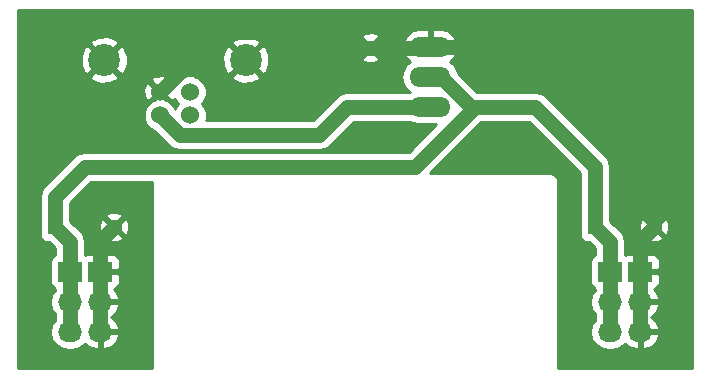
<source format=gbr>
G04 #@! TF.FileFunction,Copper,L2,Bot,Signal*
%FSLAX46Y46*%
G04 Gerber Fmt 4.6, Leading zero omitted, Abs format (unit mm)*
G04 Created by KiCad (PCBNEW (2015-12-07 BZR 6352)-product) date Fri 05 Feb 2016 11:09:04 PM EST*
%MOMM*%
G01*
G04 APERTURE LIST*
%ADD10C,0.100000*%
%ADD11R,1.300000X1.300000*%
%ADD12C,1.300000*%
%ADD13C,1.524000*%
%ADD14C,2.700020*%
%ADD15R,2.032000X1.727200*%
%ADD16O,2.032000X1.727200*%
%ADD17O,3.500120X1.699260*%
%ADD18C,1.270000*%
%ADD19C,0.254000*%
G04 APERTURE END LIST*
D10*
D11*
X3810000Y12700000D03*
D12*
X8810000Y12700000D03*
D11*
X49530000Y12700000D03*
D12*
X54530000Y12700000D03*
D11*
X30480000Y22860000D03*
D12*
X30480000Y27860000D03*
D13*
X15240000Y22131020D03*
X12700000Y22131020D03*
X12700000Y24130000D03*
X15240000Y24130000D03*
D14*
X19969480Y26830020D03*
X7970520Y26830020D03*
D15*
X5080000Y8890000D03*
D16*
X5080000Y6350000D03*
X5080000Y3810000D03*
D15*
X50800000Y8890000D03*
D16*
X50800000Y6350000D03*
X50800000Y3810000D03*
D15*
X53340000Y8890000D03*
D16*
X53340000Y6350000D03*
X53340000Y3810000D03*
D15*
X7620000Y8890000D03*
D16*
X7620000Y6350000D03*
X7620000Y3810000D03*
D17*
X35560000Y25400000D03*
X35560000Y27940000D03*
X35560000Y22860000D03*
D18*
X3810000Y15240000D02*
X3810000Y12700000D01*
X34290000Y17780000D02*
X6350000Y17780000D01*
X3810000Y15240000D02*
X6350000Y17780000D01*
X39000430Y22860000D02*
X39000430Y22490430D01*
X39000430Y22490430D02*
X34290000Y17780000D01*
X44450000Y22860000D02*
X49530000Y17780000D01*
X49530000Y17780000D02*
X49530000Y12700000D01*
X39000430Y22860000D02*
X44450000Y22860000D01*
X36460430Y25400000D02*
X39000430Y22860000D01*
X35560000Y25400000D02*
X36460430Y25400000D01*
X50800000Y8890000D02*
X50800000Y11430000D01*
X50800000Y11430000D02*
X49530000Y12700000D01*
X50800000Y6350000D02*
X50800000Y8890000D01*
X50800000Y3810000D02*
X50800000Y6350000D01*
X5080000Y8890000D02*
X5080000Y11430000D01*
X5080000Y11430000D02*
X3810000Y12700000D01*
X5080000Y6350000D02*
X5080000Y8890000D01*
X5080000Y3810000D02*
X5080000Y6350000D01*
X54530000Y13619238D02*
X54530000Y12700000D01*
X35560000Y27940000D02*
X41525277Y27940000D01*
X54530000Y14935277D02*
X54530000Y13619238D01*
X24130000Y29210000D02*
X17780000Y29210000D01*
X17780000Y29210000D02*
X12700000Y24130000D01*
X25480000Y27860000D02*
X24130000Y29210000D01*
X30480000Y27860000D02*
X25480000Y27860000D01*
X36460430Y27940000D02*
X35560000Y27940000D01*
X30480000Y27860000D02*
X35480000Y27860000D01*
X35480000Y27860000D02*
X35560000Y27940000D01*
X53340000Y8890000D02*
X53340000Y11510000D01*
X53340000Y11510000D02*
X54530000Y12700000D01*
X53340000Y6350000D02*
X53340000Y8890000D01*
X53340000Y3810000D02*
X53340000Y6350000D01*
X7620000Y8890000D02*
X7620000Y11510000D01*
X7620000Y11510000D02*
X8810000Y12700000D01*
X7620000Y6350000D02*
X7620000Y8890000D01*
X7620000Y3810000D02*
X7620000Y6350000D01*
X12700000Y22131020D02*
X14351001Y20480019D01*
X14351001Y20480019D02*
X26180019Y20480019D01*
X26180019Y20480019D02*
X28560000Y22860000D01*
X28560000Y22860000D02*
X30480000Y22860000D01*
X30480000Y22860000D02*
X35560000Y22860000D01*
D19*
G36*
X57710000Y710000D02*
X46430000Y710000D01*
X46430000Y16510000D01*
X46375954Y16781705D01*
X46222046Y17012046D01*
X45991705Y17165954D01*
X45720000Y17220000D01*
X35526052Y17220000D01*
X39896052Y21590000D01*
X43923948Y21590000D01*
X48260000Y17253948D01*
X48260000Y13485503D01*
X48232560Y13350000D01*
X48232560Y12050000D01*
X48276838Y11814683D01*
X48415910Y11598559D01*
X48628110Y11453569D01*
X48880000Y11402560D01*
X49031388Y11402560D01*
X49530000Y10903949D01*
X49530000Y10344740D01*
X49332559Y10217690D01*
X49187569Y10005490D01*
X49136560Y9753600D01*
X49136560Y8026400D01*
X49180838Y7791083D01*
X49319910Y7574959D01*
X49530000Y7431411D01*
X49530000Y7371379D01*
X49230729Y6923489D01*
X49116655Y6350000D01*
X49230729Y5776511D01*
X49530000Y5328621D01*
X49530000Y4831379D01*
X49230729Y4383489D01*
X49116655Y3810000D01*
X49230729Y3236511D01*
X49555585Y2750330D01*
X50041766Y2425474D01*
X50615255Y2311400D01*
X50984745Y2311400D01*
X51558234Y2425474D01*
X52044415Y2750330D01*
X52089754Y2818184D01*
X52425680Y2518046D01*
X52978087Y2324816D01*
X53213000Y2469076D01*
X53213000Y3683000D01*
X53467000Y3683000D01*
X53467000Y2469076D01*
X53701913Y2324816D01*
X54254320Y2518046D01*
X54690732Y2907964D01*
X54944709Y3435209D01*
X54947358Y3450974D01*
X54826217Y3683000D01*
X53467000Y3683000D01*
X53213000Y3683000D01*
X53193000Y3683000D01*
X53193000Y3937000D01*
X53213000Y3937000D01*
X53213000Y6223000D01*
X53467000Y6223000D01*
X53467000Y3937000D01*
X54826217Y3937000D01*
X54947358Y4169026D01*
X54944709Y4184791D01*
X54690732Y4712036D01*
X54278892Y5080000D01*
X54690732Y5447964D01*
X54944709Y5975209D01*
X54947358Y5990974D01*
X54826217Y6223000D01*
X53467000Y6223000D01*
X53213000Y6223000D01*
X53193000Y6223000D01*
X53193000Y6477000D01*
X53213000Y6477000D01*
X53213000Y8763000D01*
X53467000Y8763000D01*
X53467000Y6477000D01*
X54826217Y6477000D01*
X54947358Y6709026D01*
X54944709Y6724791D01*
X54690732Y7252036D01*
X54518139Y7406241D01*
X54715698Y7488073D01*
X54894327Y7666701D01*
X54991000Y7900090D01*
X54991000Y8604250D01*
X54832250Y8763000D01*
X53467000Y8763000D01*
X53213000Y8763000D01*
X53193000Y8763000D01*
X53193000Y9017000D01*
X53213000Y9017000D01*
X53213000Y10229850D01*
X53467000Y10229850D01*
X53467000Y9017000D01*
X54832250Y9017000D01*
X54991000Y9175750D01*
X54991000Y9879910D01*
X54894327Y10113299D01*
X54715698Y10291927D01*
X54482309Y10388600D01*
X53625750Y10388600D01*
X53467000Y10229850D01*
X53213000Y10229850D01*
X53054250Y10388600D01*
X52197691Y10388600D01*
X52081737Y10340570D01*
X52070000Y10348589D01*
X52070000Y11430000D01*
X51996207Y11800984D01*
X53810590Y11800984D01*
X53866271Y11570389D01*
X54349078Y11402378D01*
X54859428Y11431917D01*
X55193729Y11570389D01*
X55249410Y11800984D01*
X54530000Y12520395D01*
X53810590Y11800984D01*
X51996207Y11800984D01*
X51973327Y11916008D01*
X51698026Y12328026D01*
X51698023Y12328028D01*
X51145130Y12880922D01*
X53232378Y12880922D01*
X53261917Y12370572D01*
X53400389Y12036271D01*
X53630984Y11980590D01*
X54350395Y12700000D01*
X54709605Y12700000D01*
X55429016Y11980590D01*
X55659611Y12036271D01*
X55827622Y12519078D01*
X55798083Y13029428D01*
X55659611Y13363729D01*
X55429016Y13419410D01*
X54709605Y12700000D01*
X54350395Y12700000D01*
X53630984Y13419410D01*
X53400389Y13363729D01*
X53232378Y12880922D01*
X51145130Y12880922D01*
X50827440Y13198612D01*
X50827440Y13350000D01*
X50800000Y13495831D01*
X50800000Y13599016D01*
X53810590Y13599016D01*
X54530000Y12879605D01*
X55249410Y13599016D01*
X55193729Y13829611D01*
X54710922Y13997622D01*
X54200572Y13968083D01*
X53866271Y13829611D01*
X53810590Y13599016D01*
X50800000Y13599016D01*
X50800000Y17779995D01*
X50800001Y17780000D01*
X50703327Y18266008D01*
X50428026Y18678026D01*
X45348026Y23758026D01*
X44936008Y24033327D01*
X44450000Y24130001D01*
X44449995Y24130000D01*
X39526481Y24130000D01*
X37926061Y25730421D01*
X37878775Y25968143D01*
X37556948Y26449792D01*
X37219127Y26675516D01*
X37600024Y26980011D01*
X37880649Y27489190D01*
X37901540Y27583168D01*
X37780214Y27813000D01*
X35687000Y27813000D01*
X35687000Y27793000D01*
X35433000Y27793000D01*
X35433000Y27813000D01*
X33339786Y27813000D01*
X33218460Y27583168D01*
X33239351Y27489190D01*
X33519976Y26980011D01*
X33900873Y26675516D01*
X33563052Y26449792D01*
X33241225Y25968143D01*
X33128214Y25400000D01*
X33241225Y24831857D01*
X33563052Y24350208D01*
X33892617Y24130000D01*
X31265503Y24130000D01*
X31130000Y24157440D01*
X29830000Y24157440D01*
X29684169Y24130000D01*
X28560000Y24130000D01*
X28073992Y24033327D01*
X27661974Y23758026D01*
X27661972Y23758023D01*
X25653967Y21750019D01*
X16594444Y21750019D01*
X16636757Y21851920D01*
X16637242Y22407681D01*
X16425010Y22921323D01*
X16216168Y23130530D01*
X16423629Y23337630D01*
X16636757Y23850900D01*
X16637242Y24406661D01*
X16425010Y24920303D01*
X16032370Y25313629D01*
X15765558Y25424419D01*
X18743484Y25424419D01*
X18884952Y25121230D01*
X19621432Y24836273D01*
X20410900Y24854846D01*
X21054008Y25121230D01*
X21195476Y25424419D01*
X19969480Y26650415D01*
X18743484Y25424419D01*
X15765558Y25424419D01*
X15519100Y25526757D01*
X14963339Y25527242D01*
X14449697Y25315010D01*
X14056371Y24922370D01*
X13976605Y24730273D01*
X13922397Y24861143D01*
X13680213Y24930608D01*
X12879605Y24130000D01*
X13680213Y23329392D01*
X13922397Y23398857D01*
X13972509Y23539318D01*
X14054990Y23339697D01*
X14263832Y23130490D01*
X14056371Y22923390D01*
X13970051Y22715508D01*
X13885010Y22921323D01*
X13492370Y23314649D01*
X13224529Y23425866D01*
X12700000Y23950395D01*
X12175436Y23425831D01*
X11909697Y23316030D01*
X11516371Y22923390D01*
X11303243Y22410120D01*
X11302758Y21854359D01*
X11514990Y21340717D01*
X11907630Y20947391D01*
X12215356Y20819612D01*
X13452975Y19581993D01*
X13864993Y19306692D01*
X14351001Y19210018D01*
X14351006Y19210019D01*
X26180014Y19210019D01*
X26180019Y19210018D01*
X26666027Y19306692D01*
X27078045Y19581993D01*
X29086051Y21590000D01*
X29694497Y21590000D01*
X29830000Y21562560D01*
X31130000Y21562560D01*
X31275831Y21590000D01*
X33892617Y21590000D01*
X34044701Y21488381D01*
X34612844Y21375370D01*
X36089318Y21375370D01*
X33763948Y19050000D01*
X6350000Y19050000D01*
X5863992Y18953327D01*
X5451974Y18678026D01*
X5451972Y18678023D01*
X2911974Y16138026D01*
X2636673Y15726008D01*
X2539999Y15240000D01*
X2540000Y15239995D01*
X2540000Y13485503D01*
X2512560Y13350000D01*
X2512560Y12050000D01*
X2556838Y11814683D01*
X2695910Y11598559D01*
X2908110Y11453569D01*
X3160000Y11402560D01*
X3311388Y11402560D01*
X3810000Y10903949D01*
X3810000Y10344740D01*
X3612559Y10217690D01*
X3467569Y10005490D01*
X3416560Y9753600D01*
X3416560Y8026400D01*
X3460838Y7791083D01*
X3599910Y7574959D01*
X3810000Y7431411D01*
X3810000Y7371379D01*
X3510729Y6923489D01*
X3396655Y6350000D01*
X3510729Y5776511D01*
X3810000Y5328621D01*
X3810000Y4831379D01*
X3510729Y4383489D01*
X3396655Y3810000D01*
X3510729Y3236511D01*
X3835585Y2750330D01*
X4321766Y2425474D01*
X4895255Y2311400D01*
X5264745Y2311400D01*
X5838234Y2425474D01*
X6324415Y2750330D01*
X6369754Y2818184D01*
X6705680Y2518046D01*
X7258087Y2324816D01*
X7493000Y2469076D01*
X7493000Y3683000D01*
X7747000Y3683000D01*
X7747000Y2469076D01*
X7981913Y2324816D01*
X8534320Y2518046D01*
X8970732Y2907964D01*
X9224709Y3435209D01*
X9227358Y3450974D01*
X9106217Y3683000D01*
X7747000Y3683000D01*
X7493000Y3683000D01*
X7473000Y3683000D01*
X7473000Y3937000D01*
X7493000Y3937000D01*
X7493000Y6223000D01*
X7747000Y6223000D01*
X7747000Y3937000D01*
X9106217Y3937000D01*
X9227358Y4169026D01*
X9224709Y4184791D01*
X8970732Y4712036D01*
X8558892Y5080000D01*
X8970732Y5447964D01*
X9224709Y5975209D01*
X9227358Y5990974D01*
X9106217Y6223000D01*
X7747000Y6223000D01*
X7493000Y6223000D01*
X7473000Y6223000D01*
X7473000Y6477000D01*
X7493000Y6477000D01*
X7493000Y8763000D01*
X7747000Y8763000D01*
X7747000Y6477000D01*
X9106217Y6477000D01*
X9227358Y6709026D01*
X9224709Y6724791D01*
X8970732Y7252036D01*
X8798139Y7406241D01*
X8995698Y7488073D01*
X9174327Y7666701D01*
X9271000Y7900090D01*
X9271000Y8604250D01*
X9112250Y8763000D01*
X7747000Y8763000D01*
X7493000Y8763000D01*
X7473000Y8763000D01*
X7473000Y9017000D01*
X7493000Y9017000D01*
X7493000Y10229850D01*
X7747000Y10229850D01*
X7747000Y9017000D01*
X9112250Y9017000D01*
X9271000Y9175750D01*
X9271000Y9879910D01*
X9174327Y10113299D01*
X8995698Y10291927D01*
X8762309Y10388600D01*
X7905750Y10388600D01*
X7747000Y10229850D01*
X7493000Y10229850D01*
X7334250Y10388600D01*
X6477691Y10388600D01*
X6361737Y10340570D01*
X6350000Y10348589D01*
X6350000Y11430000D01*
X6276207Y11800984D01*
X8090590Y11800984D01*
X8146271Y11570389D01*
X8629078Y11402378D01*
X9139428Y11431917D01*
X9473729Y11570389D01*
X9529410Y11800984D01*
X8810000Y12520395D01*
X8090590Y11800984D01*
X6276207Y11800984D01*
X6253327Y11916008D01*
X5978026Y12328026D01*
X5978023Y12328028D01*
X5425130Y12880922D01*
X7512378Y12880922D01*
X7541917Y12370572D01*
X7680389Y12036271D01*
X7910984Y11980590D01*
X8630395Y12700000D01*
X8989605Y12700000D01*
X9709016Y11980590D01*
X9939611Y12036271D01*
X10107622Y12519078D01*
X10078083Y13029428D01*
X9939611Y13363729D01*
X9709016Y13419410D01*
X8989605Y12700000D01*
X8630395Y12700000D01*
X7910984Y13419410D01*
X7680389Y13363729D01*
X7512378Y12880922D01*
X5425130Y12880922D01*
X5107440Y13198612D01*
X5107440Y13350000D01*
X5080000Y13495831D01*
X5080000Y13599016D01*
X8090590Y13599016D01*
X8810000Y12879605D01*
X9529410Y13599016D01*
X9473729Y13829611D01*
X8990922Y13997622D01*
X8480572Y13968083D01*
X8146271Y13829611D01*
X8090590Y13599016D01*
X5080000Y13599016D01*
X5080000Y14713948D01*
X6876051Y16510000D01*
X11990000Y16510000D01*
X11990000Y710000D01*
X710000Y710000D01*
X710000Y24337698D01*
X11290856Y24337698D01*
X11318638Y23782632D01*
X11477603Y23398857D01*
X11719787Y23329392D01*
X12520395Y24130000D01*
X11719787Y24930608D01*
X11477603Y24861143D01*
X11290856Y24337698D01*
X710000Y24337698D01*
X710000Y25424419D01*
X6744524Y25424419D01*
X6885992Y25121230D01*
X7622472Y24836273D01*
X8411940Y24854846D01*
X9028450Y25110213D01*
X11899392Y25110213D01*
X12700000Y24309605D01*
X13500608Y25110213D01*
X13431143Y25352397D01*
X12907698Y25539144D01*
X12352632Y25511362D01*
X11968857Y25352397D01*
X11899392Y25110213D01*
X9028450Y25110213D01*
X9055048Y25121230D01*
X9196516Y25424419D01*
X7970520Y26650415D01*
X6744524Y25424419D01*
X710000Y25424419D01*
X710000Y27178068D01*
X5976773Y27178068D01*
X5995346Y26388600D01*
X6261730Y25745492D01*
X6564919Y25604024D01*
X7790915Y26830020D01*
X8150125Y26830020D01*
X9376121Y25604024D01*
X9679310Y25745492D01*
X9964267Y26481972D01*
X9947891Y27178068D01*
X17975733Y27178068D01*
X17994306Y26388600D01*
X18260690Y25745492D01*
X18563879Y25604024D01*
X19789875Y26830020D01*
X20149085Y26830020D01*
X21375081Y25604024D01*
X21678270Y25745492D01*
X21963227Y26481972D01*
X21951958Y26960984D01*
X29760590Y26960984D01*
X29816271Y26730389D01*
X30299078Y26562378D01*
X30809428Y26591917D01*
X31143729Y26730389D01*
X31199410Y26960984D01*
X30480000Y27680395D01*
X29760590Y26960984D01*
X21951958Y26960984D01*
X21944654Y27271440D01*
X21678270Y27914548D01*
X21407430Y28040922D01*
X29182378Y28040922D01*
X29211917Y27530572D01*
X29350389Y27196271D01*
X29580984Y27140590D01*
X30300395Y27860000D01*
X30659605Y27860000D01*
X31379016Y27140590D01*
X31609611Y27196271D01*
X31777622Y27679078D01*
X31748083Y28189428D01*
X31703595Y28296832D01*
X33218460Y28296832D01*
X33339786Y28067000D01*
X35433000Y28067000D01*
X35433000Y29424630D01*
X35687000Y29424630D01*
X35687000Y28067000D01*
X37780214Y28067000D01*
X37901540Y28296832D01*
X37880649Y28390810D01*
X37600024Y28899989D01*
X37145906Y29263018D01*
X36587430Y29424630D01*
X35687000Y29424630D01*
X35433000Y29424630D01*
X34532570Y29424630D01*
X33974094Y29263018D01*
X33519976Y28899989D01*
X33239351Y28390810D01*
X33218460Y28296832D01*
X31703595Y28296832D01*
X31609611Y28523729D01*
X31379016Y28579410D01*
X30659605Y27860000D01*
X30300395Y27860000D01*
X29580984Y28579410D01*
X29350389Y28523729D01*
X29182378Y28040922D01*
X21407430Y28040922D01*
X21375081Y28056016D01*
X20149085Y26830020D01*
X19789875Y26830020D01*
X18563879Y28056016D01*
X18260690Y27914548D01*
X17975733Y27178068D01*
X9947891Y27178068D01*
X9945694Y27271440D01*
X9679310Y27914548D01*
X9376121Y28056016D01*
X8150125Y26830020D01*
X7790915Y26830020D01*
X6564919Y28056016D01*
X6261730Y27914548D01*
X5976773Y27178068D01*
X710000Y27178068D01*
X710000Y28235621D01*
X6744524Y28235621D01*
X7970520Y27009625D01*
X9196516Y28235621D01*
X18743484Y28235621D01*
X19969480Y27009625D01*
X21195476Y28235621D01*
X21054008Y28538810D01*
X20484879Y28759016D01*
X29760590Y28759016D01*
X30480000Y28039605D01*
X31199410Y28759016D01*
X31143729Y28989611D01*
X30660922Y29157622D01*
X30150572Y29128083D01*
X29816271Y28989611D01*
X29760590Y28759016D01*
X20484879Y28759016D01*
X20317528Y28823767D01*
X19528060Y28805194D01*
X18884952Y28538810D01*
X18743484Y28235621D01*
X9196516Y28235621D01*
X9055048Y28538810D01*
X8318568Y28823767D01*
X7529100Y28805194D01*
X6885992Y28538810D01*
X6744524Y28235621D01*
X710000Y28235621D01*
X710000Y31040000D01*
X57710000Y31040000D01*
X57710000Y710000D01*
X57710000Y710000D01*
G37*
X57710000Y710000D02*
X46430000Y710000D01*
X46430000Y16510000D01*
X46375954Y16781705D01*
X46222046Y17012046D01*
X45991705Y17165954D01*
X45720000Y17220000D01*
X35526052Y17220000D01*
X39896052Y21590000D01*
X43923948Y21590000D01*
X48260000Y17253948D01*
X48260000Y13485503D01*
X48232560Y13350000D01*
X48232560Y12050000D01*
X48276838Y11814683D01*
X48415910Y11598559D01*
X48628110Y11453569D01*
X48880000Y11402560D01*
X49031388Y11402560D01*
X49530000Y10903949D01*
X49530000Y10344740D01*
X49332559Y10217690D01*
X49187569Y10005490D01*
X49136560Y9753600D01*
X49136560Y8026400D01*
X49180838Y7791083D01*
X49319910Y7574959D01*
X49530000Y7431411D01*
X49530000Y7371379D01*
X49230729Y6923489D01*
X49116655Y6350000D01*
X49230729Y5776511D01*
X49530000Y5328621D01*
X49530000Y4831379D01*
X49230729Y4383489D01*
X49116655Y3810000D01*
X49230729Y3236511D01*
X49555585Y2750330D01*
X50041766Y2425474D01*
X50615255Y2311400D01*
X50984745Y2311400D01*
X51558234Y2425474D01*
X52044415Y2750330D01*
X52089754Y2818184D01*
X52425680Y2518046D01*
X52978087Y2324816D01*
X53213000Y2469076D01*
X53213000Y3683000D01*
X53467000Y3683000D01*
X53467000Y2469076D01*
X53701913Y2324816D01*
X54254320Y2518046D01*
X54690732Y2907964D01*
X54944709Y3435209D01*
X54947358Y3450974D01*
X54826217Y3683000D01*
X53467000Y3683000D01*
X53213000Y3683000D01*
X53193000Y3683000D01*
X53193000Y3937000D01*
X53213000Y3937000D01*
X53213000Y6223000D01*
X53467000Y6223000D01*
X53467000Y3937000D01*
X54826217Y3937000D01*
X54947358Y4169026D01*
X54944709Y4184791D01*
X54690732Y4712036D01*
X54278892Y5080000D01*
X54690732Y5447964D01*
X54944709Y5975209D01*
X54947358Y5990974D01*
X54826217Y6223000D01*
X53467000Y6223000D01*
X53213000Y6223000D01*
X53193000Y6223000D01*
X53193000Y6477000D01*
X53213000Y6477000D01*
X53213000Y8763000D01*
X53467000Y8763000D01*
X53467000Y6477000D01*
X54826217Y6477000D01*
X54947358Y6709026D01*
X54944709Y6724791D01*
X54690732Y7252036D01*
X54518139Y7406241D01*
X54715698Y7488073D01*
X54894327Y7666701D01*
X54991000Y7900090D01*
X54991000Y8604250D01*
X54832250Y8763000D01*
X53467000Y8763000D01*
X53213000Y8763000D01*
X53193000Y8763000D01*
X53193000Y9017000D01*
X53213000Y9017000D01*
X53213000Y10229850D01*
X53467000Y10229850D01*
X53467000Y9017000D01*
X54832250Y9017000D01*
X54991000Y9175750D01*
X54991000Y9879910D01*
X54894327Y10113299D01*
X54715698Y10291927D01*
X54482309Y10388600D01*
X53625750Y10388600D01*
X53467000Y10229850D01*
X53213000Y10229850D01*
X53054250Y10388600D01*
X52197691Y10388600D01*
X52081737Y10340570D01*
X52070000Y10348589D01*
X52070000Y11430000D01*
X51996207Y11800984D01*
X53810590Y11800984D01*
X53866271Y11570389D01*
X54349078Y11402378D01*
X54859428Y11431917D01*
X55193729Y11570389D01*
X55249410Y11800984D01*
X54530000Y12520395D01*
X53810590Y11800984D01*
X51996207Y11800984D01*
X51973327Y11916008D01*
X51698026Y12328026D01*
X51698023Y12328028D01*
X51145130Y12880922D01*
X53232378Y12880922D01*
X53261917Y12370572D01*
X53400389Y12036271D01*
X53630984Y11980590D01*
X54350395Y12700000D01*
X54709605Y12700000D01*
X55429016Y11980590D01*
X55659611Y12036271D01*
X55827622Y12519078D01*
X55798083Y13029428D01*
X55659611Y13363729D01*
X55429016Y13419410D01*
X54709605Y12700000D01*
X54350395Y12700000D01*
X53630984Y13419410D01*
X53400389Y13363729D01*
X53232378Y12880922D01*
X51145130Y12880922D01*
X50827440Y13198612D01*
X50827440Y13350000D01*
X50800000Y13495831D01*
X50800000Y13599016D01*
X53810590Y13599016D01*
X54530000Y12879605D01*
X55249410Y13599016D01*
X55193729Y13829611D01*
X54710922Y13997622D01*
X54200572Y13968083D01*
X53866271Y13829611D01*
X53810590Y13599016D01*
X50800000Y13599016D01*
X50800000Y17779995D01*
X50800001Y17780000D01*
X50703327Y18266008D01*
X50428026Y18678026D01*
X45348026Y23758026D01*
X44936008Y24033327D01*
X44450000Y24130001D01*
X44449995Y24130000D01*
X39526481Y24130000D01*
X37926061Y25730421D01*
X37878775Y25968143D01*
X37556948Y26449792D01*
X37219127Y26675516D01*
X37600024Y26980011D01*
X37880649Y27489190D01*
X37901540Y27583168D01*
X37780214Y27813000D01*
X35687000Y27813000D01*
X35687000Y27793000D01*
X35433000Y27793000D01*
X35433000Y27813000D01*
X33339786Y27813000D01*
X33218460Y27583168D01*
X33239351Y27489190D01*
X33519976Y26980011D01*
X33900873Y26675516D01*
X33563052Y26449792D01*
X33241225Y25968143D01*
X33128214Y25400000D01*
X33241225Y24831857D01*
X33563052Y24350208D01*
X33892617Y24130000D01*
X31265503Y24130000D01*
X31130000Y24157440D01*
X29830000Y24157440D01*
X29684169Y24130000D01*
X28560000Y24130000D01*
X28073992Y24033327D01*
X27661974Y23758026D01*
X27661972Y23758023D01*
X25653967Y21750019D01*
X16594444Y21750019D01*
X16636757Y21851920D01*
X16637242Y22407681D01*
X16425010Y22921323D01*
X16216168Y23130530D01*
X16423629Y23337630D01*
X16636757Y23850900D01*
X16637242Y24406661D01*
X16425010Y24920303D01*
X16032370Y25313629D01*
X15765558Y25424419D01*
X18743484Y25424419D01*
X18884952Y25121230D01*
X19621432Y24836273D01*
X20410900Y24854846D01*
X21054008Y25121230D01*
X21195476Y25424419D01*
X19969480Y26650415D01*
X18743484Y25424419D01*
X15765558Y25424419D01*
X15519100Y25526757D01*
X14963339Y25527242D01*
X14449697Y25315010D01*
X14056371Y24922370D01*
X13976605Y24730273D01*
X13922397Y24861143D01*
X13680213Y24930608D01*
X12879605Y24130000D01*
X13680213Y23329392D01*
X13922397Y23398857D01*
X13972509Y23539318D01*
X14054990Y23339697D01*
X14263832Y23130490D01*
X14056371Y22923390D01*
X13970051Y22715508D01*
X13885010Y22921323D01*
X13492370Y23314649D01*
X13224529Y23425866D01*
X12700000Y23950395D01*
X12175436Y23425831D01*
X11909697Y23316030D01*
X11516371Y22923390D01*
X11303243Y22410120D01*
X11302758Y21854359D01*
X11514990Y21340717D01*
X11907630Y20947391D01*
X12215356Y20819612D01*
X13452975Y19581993D01*
X13864993Y19306692D01*
X14351001Y19210018D01*
X14351006Y19210019D01*
X26180014Y19210019D01*
X26180019Y19210018D01*
X26666027Y19306692D01*
X27078045Y19581993D01*
X29086051Y21590000D01*
X29694497Y21590000D01*
X29830000Y21562560D01*
X31130000Y21562560D01*
X31275831Y21590000D01*
X33892617Y21590000D01*
X34044701Y21488381D01*
X34612844Y21375370D01*
X36089318Y21375370D01*
X33763948Y19050000D01*
X6350000Y19050000D01*
X5863992Y18953327D01*
X5451974Y18678026D01*
X5451972Y18678023D01*
X2911974Y16138026D01*
X2636673Y15726008D01*
X2539999Y15240000D01*
X2540000Y15239995D01*
X2540000Y13485503D01*
X2512560Y13350000D01*
X2512560Y12050000D01*
X2556838Y11814683D01*
X2695910Y11598559D01*
X2908110Y11453569D01*
X3160000Y11402560D01*
X3311388Y11402560D01*
X3810000Y10903949D01*
X3810000Y10344740D01*
X3612559Y10217690D01*
X3467569Y10005490D01*
X3416560Y9753600D01*
X3416560Y8026400D01*
X3460838Y7791083D01*
X3599910Y7574959D01*
X3810000Y7431411D01*
X3810000Y7371379D01*
X3510729Y6923489D01*
X3396655Y6350000D01*
X3510729Y5776511D01*
X3810000Y5328621D01*
X3810000Y4831379D01*
X3510729Y4383489D01*
X3396655Y3810000D01*
X3510729Y3236511D01*
X3835585Y2750330D01*
X4321766Y2425474D01*
X4895255Y2311400D01*
X5264745Y2311400D01*
X5838234Y2425474D01*
X6324415Y2750330D01*
X6369754Y2818184D01*
X6705680Y2518046D01*
X7258087Y2324816D01*
X7493000Y2469076D01*
X7493000Y3683000D01*
X7747000Y3683000D01*
X7747000Y2469076D01*
X7981913Y2324816D01*
X8534320Y2518046D01*
X8970732Y2907964D01*
X9224709Y3435209D01*
X9227358Y3450974D01*
X9106217Y3683000D01*
X7747000Y3683000D01*
X7493000Y3683000D01*
X7473000Y3683000D01*
X7473000Y3937000D01*
X7493000Y3937000D01*
X7493000Y6223000D01*
X7747000Y6223000D01*
X7747000Y3937000D01*
X9106217Y3937000D01*
X9227358Y4169026D01*
X9224709Y4184791D01*
X8970732Y4712036D01*
X8558892Y5080000D01*
X8970732Y5447964D01*
X9224709Y5975209D01*
X9227358Y5990974D01*
X9106217Y6223000D01*
X7747000Y6223000D01*
X7493000Y6223000D01*
X7473000Y6223000D01*
X7473000Y6477000D01*
X7493000Y6477000D01*
X7493000Y8763000D01*
X7747000Y8763000D01*
X7747000Y6477000D01*
X9106217Y6477000D01*
X9227358Y6709026D01*
X9224709Y6724791D01*
X8970732Y7252036D01*
X8798139Y7406241D01*
X8995698Y7488073D01*
X9174327Y7666701D01*
X9271000Y7900090D01*
X9271000Y8604250D01*
X9112250Y8763000D01*
X7747000Y8763000D01*
X7493000Y8763000D01*
X7473000Y8763000D01*
X7473000Y9017000D01*
X7493000Y9017000D01*
X7493000Y10229850D01*
X7747000Y10229850D01*
X7747000Y9017000D01*
X9112250Y9017000D01*
X9271000Y9175750D01*
X9271000Y9879910D01*
X9174327Y10113299D01*
X8995698Y10291927D01*
X8762309Y10388600D01*
X7905750Y10388600D01*
X7747000Y10229850D01*
X7493000Y10229850D01*
X7334250Y10388600D01*
X6477691Y10388600D01*
X6361737Y10340570D01*
X6350000Y10348589D01*
X6350000Y11430000D01*
X6276207Y11800984D01*
X8090590Y11800984D01*
X8146271Y11570389D01*
X8629078Y11402378D01*
X9139428Y11431917D01*
X9473729Y11570389D01*
X9529410Y11800984D01*
X8810000Y12520395D01*
X8090590Y11800984D01*
X6276207Y11800984D01*
X6253327Y11916008D01*
X5978026Y12328026D01*
X5978023Y12328028D01*
X5425130Y12880922D01*
X7512378Y12880922D01*
X7541917Y12370572D01*
X7680389Y12036271D01*
X7910984Y11980590D01*
X8630395Y12700000D01*
X8989605Y12700000D01*
X9709016Y11980590D01*
X9939611Y12036271D01*
X10107622Y12519078D01*
X10078083Y13029428D01*
X9939611Y13363729D01*
X9709016Y13419410D01*
X8989605Y12700000D01*
X8630395Y12700000D01*
X7910984Y13419410D01*
X7680389Y13363729D01*
X7512378Y12880922D01*
X5425130Y12880922D01*
X5107440Y13198612D01*
X5107440Y13350000D01*
X5080000Y13495831D01*
X5080000Y13599016D01*
X8090590Y13599016D01*
X8810000Y12879605D01*
X9529410Y13599016D01*
X9473729Y13829611D01*
X8990922Y13997622D01*
X8480572Y13968083D01*
X8146271Y13829611D01*
X8090590Y13599016D01*
X5080000Y13599016D01*
X5080000Y14713948D01*
X6876051Y16510000D01*
X11990000Y16510000D01*
X11990000Y710000D01*
X710000Y710000D01*
X710000Y24337698D01*
X11290856Y24337698D01*
X11318638Y23782632D01*
X11477603Y23398857D01*
X11719787Y23329392D01*
X12520395Y24130000D01*
X11719787Y24930608D01*
X11477603Y24861143D01*
X11290856Y24337698D01*
X710000Y24337698D01*
X710000Y25424419D01*
X6744524Y25424419D01*
X6885992Y25121230D01*
X7622472Y24836273D01*
X8411940Y24854846D01*
X9028450Y25110213D01*
X11899392Y25110213D01*
X12700000Y24309605D01*
X13500608Y25110213D01*
X13431143Y25352397D01*
X12907698Y25539144D01*
X12352632Y25511362D01*
X11968857Y25352397D01*
X11899392Y25110213D01*
X9028450Y25110213D01*
X9055048Y25121230D01*
X9196516Y25424419D01*
X7970520Y26650415D01*
X6744524Y25424419D01*
X710000Y25424419D01*
X710000Y27178068D01*
X5976773Y27178068D01*
X5995346Y26388600D01*
X6261730Y25745492D01*
X6564919Y25604024D01*
X7790915Y26830020D01*
X8150125Y26830020D01*
X9376121Y25604024D01*
X9679310Y25745492D01*
X9964267Y26481972D01*
X9947891Y27178068D01*
X17975733Y27178068D01*
X17994306Y26388600D01*
X18260690Y25745492D01*
X18563879Y25604024D01*
X19789875Y26830020D01*
X20149085Y26830020D01*
X21375081Y25604024D01*
X21678270Y25745492D01*
X21963227Y26481972D01*
X21951958Y26960984D01*
X29760590Y26960984D01*
X29816271Y26730389D01*
X30299078Y26562378D01*
X30809428Y26591917D01*
X31143729Y26730389D01*
X31199410Y26960984D01*
X30480000Y27680395D01*
X29760590Y26960984D01*
X21951958Y26960984D01*
X21944654Y27271440D01*
X21678270Y27914548D01*
X21407430Y28040922D01*
X29182378Y28040922D01*
X29211917Y27530572D01*
X29350389Y27196271D01*
X29580984Y27140590D01*
X30300395Y27860000D01*
X30659605Y27860000D01*
X31379016Y27140590D01*
X31609611Y27196271D01*
X31777622Y27679078D01*
X31748083Y28189428D01*
X31703595Y28296832D01*
X33218460Y28296832D01*
X33339786Y28067000D01*
X35433000Y28067000D01*
X35433000Y29424630D01*
X35687000Y29424630D01*
X35687000Y28067000D01*
X37780214Y28067000D01*
X37901540Y28296832D01*
X37880649Y28390810D01*
X37600024Y28899989D01*
X37145906Y29263018D01*
X36587430Y29424630D01*
X35687000Y29424630D01*
X35433000Y29424630D01*
X34532570Y29424630D01*
X33974094Y29263018D01*
X33519976Y28899989D01*
X33239351Y28390810D01*
X33218460Y28296832D01*
X31703595Y28296832D01*
X31609611Y28523729D01*
X31379016Y28579410D01*
X30659605Y27860000D01*
X30300395Y27860000D01*
X29580984Y28579410D01*
X29350389Y28523729D01*
X29182378Y28040922D01*
X21407430Y28040922D01*
X21375081Y28056016D01*
X20149085Y26830020D01*
X19789875Y26830020D01*
X18563879Y28056016D01*
X18260690Y27914548D01*
X17975733Y27178068D01*
X9947891Y27178068D01*
X9945694Y27271440D01*
X9679310Y27914548D01*
X9376121Y28056016D01*
X8150125Y26830020D01*
X7790915Y26830020D01*
X6564919Y28056016D01*
X6261730Y27914548D01*
X5976773Y27178068D01*
X710000Y27178068D01*
X710000Y28235621D01*
X6744524Y28235621D01*
X7970520Y27009625D01*
X9196516Y28235621D01*
X18743484Y28235621D01*
X19969480Y27009625D01*
X21195476Y28235621D01*
X21054008Y28538810D01*
X20484879Y28759016D01*
X29760590Y28759016D01*
X30480000Y28039605D01*
X31199410Y28759016D01*
X31143729Y28989611D01*
X30660922Y29157622D01*
X30150572Y29128083D01*
X29816271Y28989611D01*
X29760590Y28759016D01*
X20484879Y28759016D01*
X20317528Y28823767D01*
X19528060Y28805194D01*
X18884952Y28538810D01*
X18743484Y28235621D01*
X9196516Y28235621D01*
X9055048Y28538810D01*
X8318568Y28823767D01*
X7529100Y28805194D01*
X6885992Y28538810D01*
X6744524Y28235621D01*
X710000Y28235621D01*
X710000Y31040000D01*
X57710000Y31040000D01*
X57710000Y710000D01*
M02*

</source>
